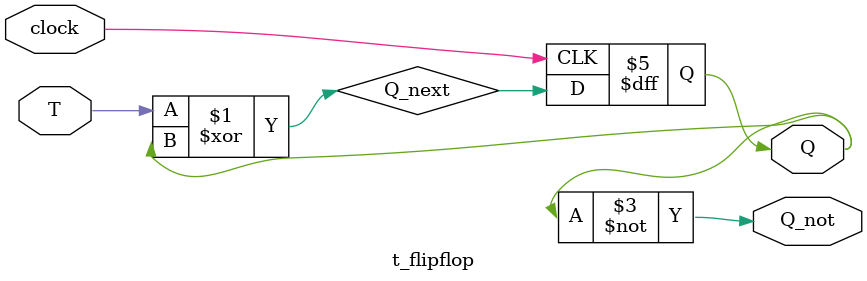
<source format=v>
module t_flipflop(
    input T,         // Toggle Input (sw[3])
    input clock,     // Clock Input (btnC)
    // Add reset for robust design
    output reg Q,    // Output Q (led[4])
    output wire Q_not // Output ~Q (led[5])
);
    
    // Initial state setup
    initial begin
        Q <= 0;
    end

    // T-FF logic: Toggles if T=1, Holds if T=0. 
    // This is equivalent to Qnext = (T AND NOT Q) OR (NOT T AND Q)
    // This is the XOR function: Qnext = T XOR Q
    
    // Combinatorial logic for Qnext
    wire Q_next;
    assign Q_next = T ^ Q; // T XOR Q

    // Edge-triggered logic: sensitive to the positive edge of the clock
    always @(posedge clock) begin
        Q <= Q_next;
    end

    // Inverting output
    assign Q_not = ~Q;

endmodule
</source>
